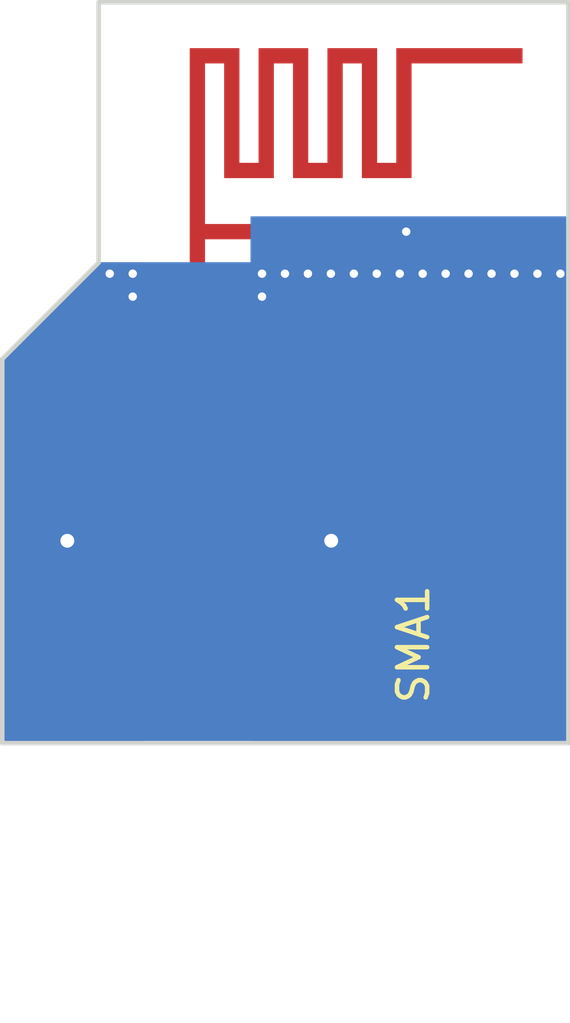
<source format=kicad_pcb>
(kicad_pcb (version 4) (host pcbnew 4.0.5)

  (general
    (links 10)
    (no_connects 0)
    (area 145.585 97.156199 166.239802 131.355001)
    (thickness 1.6)
    (drawings 6)
    (tracks 19)
    (zones 0)
    (modules 1)
    (nets 2)
  )

  (page A4)
  (layers
    (0 F.Cu signal)
    (31 B.Cu power)
    (32 B.Adhes user hide)
    (33 F.Adhes user hide)
    (34 B.Paste user hide)
    (35 F.Paste user hide)
    (36 B.SilkS user hide)
    (37 F.SilkS user hide)
    (38 B.Mask user hide)
    (39 F.Mask user hide)
    (40 Dwgs.User user hide)
    (41 Cmts.User user hide)
    (42 Eco1.User user hide)
    (43 Eco2.User user hide)
    (44 Edge.Cuts user)
    (45 Margin user hide)
    (46 B.CrtYd user hide)
    (47 F.CrtYd user hide)
    (48 B.Fab user hide)
    (49 F.Fab user hide)
  )

  (setup
    (last_trace_width 0.25)
    (user_trace_width 0.508)
    (user_trace_width 2.921)
    (trace_clearance 0.2)
    (zone_clearance 0.508)
    (zone_45_only yes)
    (trace_min 0.2)
    (segment_width 0.2)
    (edge_width 0.15)
    (via_size 0.6)
    (via_drill 0.4)
    (via_min_size 0.2794)
    (via_min_drill 0.2794)
    (user_via 0.381 0.2794)
    (uvia_size 0.3)
    (uvia_drill 0.1)
    (uvias_allowed no)
    (uvia_min_size 0.2)
    (uvia_min_drill 0.1)
    (pcb_text_width 0.3)
    (pcb_text_size 1.5 1.5)
    (mod_edge_width 0.15)
    (mod_text_size 1 1)
    (mod_text_width 0.15)
    (pad_size 1.524 1.524)
    (pad_drill 0.762)
    (pad_to_mask_clearance 0.2)
    (aux_axis_origin 0 0)
    (visible_elements 7FFFFFFF)
    (pcbplotparams
      (layerselection 0x00030_80000001)
      (usegerberextensions false)
      (excludeedgelayer true)
      (linewidth 0.100000)
      (plotframeref false)
      (viasonmask false)
      (mode 1)
      (useauxorigin false)
      (hpglpennumber 1)
      (hpglpenspeed 20)
      (hpglpendiameter 15)
      (hpglpenoverlay 2)
      (psnegative false)
      (psa4output false)
      (plotreference true)
      (plotvalue true)
      (plotinvisibletext false)
      (padsonsilk false)
      (subtractmaskfromsilk false)
      (outputformat 1)
      (mirror false)
      (drillshape 1)
      (scaleselection 1)
      (outputdirectory ""))
  )

  (net 0 "")
  (net 1 GND)

  (net_class Default "This is the default net class."
    (clearance 0.2)
    (trace_width 0.25)
    (via_dia 0.6)
    (via_drill 0.4)
    (uvia_dia 0.3)
    (uvia_drill 0.1)
    (add_net GND)
  )

  (module Connectors_Molex:Molex_SMA_Jack_Edge_Mount (layer F.Cu) (tedit 587D2992) (tstamp 58ABD0A8)
    (at 153.67 116.84 90)
    (descr "Molex SMA Jack, Edge Mount, http://www.molex.com/pdm_docs/sd/732511150_sd.pdf")
    (tags "sma edge")
    (path /58AB8622)
    (attr smd)
    (fp_text reference SMA1 (at -1.72 7.11 90) (layer F.SilkS)
      (effects (font (size 1 1) (thickness 0.15)))
    )
    (fp_text value SMA_JPXSTEM1 (at -1.72 -7.11 90) (layer F.Fab)
      (effects (font (size 1 1) (thickness 0.15)))
    )
    (fp_line (start -4.76 -0.38) (end 0.49 -0.38) (layer F.Fab) (width 0.1))
    (fp_line (start -4.76 0.38) (end 0.49 0.38) (layer F.Fab) (width 0.1))
    (fp_line (start 0.49 -0.38) (end 0.49 0.38) (layer F.Fab) (width 0.1))
    (fp_line (start 0.49 3.75) (end 0.49 4.76) (layer F.Fab) (width 0.1))
    (fp_line (start 0.49 -4.76) (end 0.49 -3.75) (layer F.Fab) (width 0.1))
    (fp_line (start -14.29 -6.09) (end -14.29 6.09) (layer F.CrtYd) (width 0.05))
    (fp_line (start -14.29 6.09) (end 2.71 6.09) (layer F.CrtYd) (width 0.05))
    (fp_line (start 2.71 -6.09) (end 2.71 6.09) (layer B.CrtYd) (width 0.05))
    (fp_line (start -14.29 -6.09) (end 2.71 -6.09) (layer B.CrtYd) (width 0.05))
    (fp_line (start -14.29 -6.09) (end -14.29 6.09) (layer B.CrtYd) (width 0.05))
    (fp_line (start -14.29 6.09) (end 2.71 6.09) (layer B.CrtYd) (width 0.05))
    (fp_line (start 2.71 -6.09) (end 2.71 6.09) (layer F.CrtYd) (width 0.05))
    (fp_line (start 2.71 -6.09) (end -14.29 -6.09) (layer F.CrtYd) (width 0.05))
    (fp_line (start -4.76 -3.75) (end 0.49 -3.75) (layer F.Fab) (width 0.1))
    (fp_line (start -4.76 3.75) (end 0.49 3.75) (layer F.Fab) (width 0.1))
    (fp_line (start -13.79 -2.65) (end -5.91 -2.65) (layer F.Fab) (width 0.1))
    (fp_line (start -13.79 -2.65) (end -13.79 2.65) (layer F.Fab) (width 0.1))
    (fp_line (start -13.79 2.65) (end -5.91 2.65) (layer F.Fab) (width 0.1))
    (fp_line (start -4.76 -3.75) (end -4.76 3.75) (layer F.Fab) (width 0.1))
    (fp_line (start 0.49 -4.76) (end -5.91 -4.76) (layer F.Fab) (width 0.1))
    (fp_line (start -5.91 -4.76) (end -5.91 4.76) (layer F.Fab) (width 0.1))
    (fp_line (start -5.91 4.76) (end 0.49 4.76) (layer F.Fab) (width 0.1))
    (pad 1 smd rect (at -1.72 0 90) (size 5.08 2.29) (layers F.Cu F.Paste F.Mask)
      (net 1 GND))
    (pad 2 smd rect (at -1.72 -4.38 90) (size 5.08 2.42) (layers F.Cu F.Paste F.Mask)
      (net 1 GND))
    (pad 2 smd rect (at -1.72 4.38 90) (size 5.08 2.42) (layers F.Cu F.Paste F.Mask)
      (net 1 GND))
    (pad 2 smd rect (at -1.72 -4.38 90) (size 5.08 2.42) (layers B.Cu B.Paste B.Mask)
      (net 1 GND))
    (pad 2 smd rect (at -1.72 4.38 90) (size 5.08 2.42) (layers B.Cu B.Paste B.Mask)
      (net 1 GND))
    (pad 2 thru_hole circle (at 1.72 -4.38 90) (size 0.97 0.97) (drill 0.46) (layers *.Cu)
      (net 1 GND))
    (pad 2 thru_hole circle (at 1.72 4.38 90) (size 0.97 0.97) (drill 0.46) (layers *.Cu)
      (net 1 GND))
    (pad 2 smd rect (at 1.27 -4.38 90) (size 0.89 0.46) (layers F.Cu)
      (net 1 GND))
    (pad 2 smd rect (at 1.27 4.38 90) (size 0.89 0.46) (layers F.Cu)
      (net 1 GND))
    (pad 2 smd rect (at 1.27 -4.38 90) (size 0.89 0.46) (layers B.Cu)
      (net 1 GND))
    (pad 2 smd rect (at 1.27 4.38 90) (size 0.89 0.46) (layers B.Cu)
      (net 1 GND))
  )

  (gr_line (start 147.1295 121.8438) (end 165.9255 121.8438) (angle 90) (layer Edge.Cuts) (width 0.15))
  (gr_line (start 147.1295 109.0803) (end 147.1295 121.8438) (angle 90) (layer Edge.Cuts) (width 0.15))
  (gr_line (start 150.3299 105.8799) (end 147.1295 109.0803) (angle 90) (layer Edge.Cuts) (width 0.15))
  (gr_line (start 150.3299 97.2312) (end 150.3299 105.8672) (angle 90) (layer Edge.Cuts) (width 0.15))
  (gr_line (start 165.9255 97.2312) (end 150.3299 97.2312) (angle 90) (layer Edge.Cuts) (width 0.15))
  (gr_line (start 165.9255 121.8438) (end 165.9255 97.2312) (angle 90) (layer Edge.Cuts) (width 0.15))

  (via (at 165.6588 106.2482) (size 0.381) (drill 0.2794) (layers F.Cu B.Cu) (net 0))
  (via (at 164.8968 106.2482) (size 0.381) (drill 0.2794) (layers F.Cu B.Cu) (net 0))
  (via (at 164.1348 106.2482) (size 0.381) (drill 0.2794) (layers F.Cu B.Cu) (net 0))
  (via (at 163.3728 106.2482) (size 0.381) (drill 0.2794) (layers F.Cu B.Cu) (net 0))
  (via (at 162.6108 106.2482) (size 0.381) (drill 0.2794) (layers F.Cu B.Cu) (net 0))
  (via (at 161.8488 106.2482) (size 0.381) (drill 0.2794) (layers F.Cu B.Cu) (net 0))
  (via (at 161.0868 106.2482) (size 0.381) (drill 0.2794) (layers F.Cu B.Cu) (net 0))
  (via (at 160.3248 106.2482) (size 0.381) (drill 0.2794) (layers F.Cu B.Cu) (net 0))
  (via (at 159.5628 106.2482) (size 0.381) (drill 0.2794) (layers F.Cu B.Cu) (net 0))
  (via (at 158.8008 106.2482) (size 0.381) (drill 0.2794) (layers F.Cu B.Cu) (net 0))
  (via (at 158.0388 106.2482) (size 0.381) (drill 0.2794) (layers F.Cu B.Cu) (net 0))
  (via (at 157.2768 106.2482) (size 0.381) (drill 0.2794) (layers F.Cu B.Cu) (net 0))
  (via (at 156.5148 106.2482) (size 0.381) (drill 0.2794) (layers F.Cu B.Cu) (net 0))
  (via (at 155.7528 107.0102) (size 0.381) (drill 0.2794) (layers F.Cu B.Cu) (net 0))
  (via (at 155.7528 106.2482) (size 0.381) (drill 0.2794) (layers F.Cu B.Cu) (net 0))
  (via (at 151.4602 107.0102) (size 0.381) (drill 0.2794) (layers F.Cu B.Cu) (net 0))
  (via (at 150.6982 106.2482) (size 0.381) (drill 0.2794) (layers F.Cu B.Cu) (net 0))
  (via (at 151.4602 106.2482) (size 0.381) (drill 0.2794) (layers F.Cu B.Cu) (net 0))
  (via (at 160.5407 104.8512) (size 0.381) (drill 0.2794) (layers F.Cu B.Cu) (net 1))

  (zone (net 1) (net_name GND) (layer F.Cu) (tstamp 58ABD3C0) (hatch edge 0.508)
    (connect_pads yes (clearance 0))
    (min_thickness 0.03048)
    (fill yes (arc_segments 16) (thermal_gap 0.508) (thermal_bridge_width 0.508))
    (polygon
      (pts
        (xy 151.8412 121.8438) (xy 147.1168 121.8438) (xy 147.1168 115.1255) (xy 147.1295 109.0803) (xy 150.3299 105.8672)
        (xy 151.8412 105.8672)
      )
    )
    (filled_polygon
      (pts
        (xy 151.82596 121.75356) (xy 147.21974 121.75356) (xy 147.21974 109.117678) (xy 150.393709 105.943709) (xy 150.413271 105.914434)
        (xy 150.419634 105.88244) (xy 151.82596 105.88244)
      )
    )
  )
  (zone (net 1) (net_name GND) (layer F.Cu) (tstamp 58ABE67B) (hatch edge 0.508)
    (connect_pads yes (clearance 0))
    (min_thickness 0.03048)
    (fill yes (arc_segments 16) (thermal_gap 0.508) (thermal_bridge_width 0.508))
    (polygon
      (pts
        (xy 155.0035 102.5652) (xy 155.6385 102.5652) (xy 155.6385 98.7552) (xy 157.2895 98.7552) (xy 157.2895 102.5652)
        (xy 157.9245 102.5652) (xy 157.9245 98.7552) (xy 159.5755 98.7552) (xy 159.5755 102.5652) (xy 160.2105 102.5652)
        (xy 160.2105 98.7552) (xy 164.4015 98.7552) (xy 164.4015 99.2632) (xy 160.7185 99.2632) (xy 160.7185 103.0732)
        (xy 159.0675 103.0732) (xy 159.0675 99.2632) (xy 158.4325 99.2632) (xy 158.4325 103.0732) (xy 156.7815 103.0732)
        (xy 156.7815 99.2632) (xy 156.1465 99.2632) (xy 156.1465 103.0732) (xy 154.4955 103.0732) (xy 154.4955 99.2632)
        (xy 153.8605 99.2632) (xy 153.8605 104.5972) (xy 160.7947 104.5972) (xy 160.7947 105.1052) (xy 153.8605 105.1052)
        (xy 153.8605 105.8672) (xy 155.067 106.8832) (xy 155.067 121.0945) (xy 152.146 121.0945) (xy 152.146 106.8832)
        (xy 153.3525 105.8672) (xy 153.3525 98.7552) (xy 155.0035 98.7552)
      )
    )
    (filled_polygon
      (pts
        (xy 154.98826 102.5652) (xy 154.989461 102.571129) (xy 154.992874 102.576124) (xy 154.997961 102.579398) (xy 155.0035 102.58044)
        (xy 155.6385 102.58044) (xy 155.644429 102.579239) (xy 155.649424 102.575826) (xy 155.652698 102.570739) (xy 155.65374 102.5652)
        (xy 155.65374 98.77044) (xy 157.27426 98.77044) (xy 157.27426 102.5652) (xy 157.275461 102.571129) (xy 157.278874 102.576124)
        (xy 157.283961 102.579398) (xy 157.2895 102.58044) (xy 157.9245 102.58044) (xy 157.930429 102.579239) (xy 157.935424 102.575826)
        (xy 157.938698 102.570739) (xy 157.93974 102.5652) (xy 157.93974 98.77044) (xy 159.56026 98.77044) (xy 159.56026 102.5652)
        (xy 159.561461 102.571129) (xy 159.564874 102.576124) (xy 159.569961 102.579398) (xy 159.5755 102.58044) (xy 160.2105 102.58044)
        (xy 160.216429 102.579239) (xy 160.221424 102.575826) (xy 160.224698 102.570739) (xy 160.22574 102.5652) (xy 160.22574 98.77044)
        (xy 164.38626 98.77044) (xy 164.38626 99.24796) (xy 160.7185 99.24796) (xy 160.712571 99.249161) (xy 160.707576 99.252574)
        (xy 160.704302 99.257661) (xy 160.70326 99.2632) (xy 160.70326 103.05796) (xy 159.08274 103.05796) (xy 159.08274 99.2632)
        (xy 159.081539 99.257271) (xy 159.078126 99.252276) (xy 159.073039 99.249002) (xy 159.0675 99.24796) (xy 158.4325 99.24796)
        (xy 158.426571 99.249161) (xy 158.421576 99.252574) (xy 158.418302 99.257661) (xy 158.41726 99.2632) (xy 158.41726 103.05796)
        (xy 156.79674 103.05796) (xy 156.79674 99.2632) (xy 156.795539 99.257271) (xy 156.792126 99.252276) (xy 156.787039 99.249002)
        (xy 156.7815 99.24796) (xy 156.1465 99.24796) (xy 156.140571 99.249161) (xy 156.135576 99.252574) (xy 156.132302 99.257661)
        (xy 156.13126 99.2632) (xy 156.13126 103.05796) (xy 154.51074 103.05796) (xy 154.51074 99.2632) (xy 154.509539 99.257271)
        (xy 154.506126 99.252276) (xy 154.501039 99.249002) (xy 154.4955 99.24796) (xy 153.8605 99.24796) (xy 153.854571 99.249161)
        (xy 153.849576 99.252574) (xy 153.846302 99.257661) (xy 153.84526 99.2632) (xy 153.84526 104.5972) (xy 153.846461 104.603129)
        (xy 153.849874 104.608124) (xy 153.854961 104.611398) (xy 153.8605 104.61244) (xy 160.77946 104.61244) (xy 160.77946 105.08996)
        (xy 153.8605 105.08996) (xy 153.854571 105.091161) (xy 153.849576 105.094574) (xy 153.846302 105.099661) (xy 153.84526 105.1052)
        (xy 153.84526 105.8672) (xy 153.846461 105.873129) (xy 153.850683 105.878857) (xy 155.05176 106.89029) (xy 155.05176 121.07926)
        (xy 152.16124 121.07926) (xy 152.16124 106.89029) (xy 153.362317 105.878857) (xy 153.366079 105.87412) (xy 153.36774 105.8672)
        (xy 153.36774 98.77044) (xy 154.98826 98.77044)
      )
    )
  )
  (zone (net 1) (net_name GND) (layer B.Cu) (tstamp 58ABE67B) (hatch edge 0.508)
    (connect_pads yes (clearance 0))
    (min_thickness 0.03048)
    (fill yes (arc_segments 16) (thermal_gap 0.508) (thermal_bridge_width 0.508))
    (polygon
      (pts
        (xy 165.9255 121.8438) (xy 147.1168 121.8438) (xy 147.1168 115.1255) (xy 147.1295 109.0803) (xy 150.3299 105.8672)
        (xy 155.3718 105.8672) (xy 155.3718 104.3432) (xy 165.9255 104.3432)
      )
    )
    (filled_polygon
      (pts
        (xy 165.83526 121.75356) (xy 147.21974 121.75356) (xy 147.21974 109.117678) (xy 150.393709 105.943709) (xy 150.413271 105.914434)
        (xy 150.419634 105.88244) (xy 155.3718 105.88244) (xy 155.377729 105.881239) (xy 155.382724 105.877826) (xy 155.385998 105.872739)
        (xy 155.38704 105.8672) (xy 155.38704 104.35844) (xy 165.83526 104.35844)
      )
    )
  )
  (zone (net 1) (net_name GND) (layer F.Cu) (tstamp 58ABF273) (hatch edge 0.508)
    (connect_pads yes (clearance 0))
    (min_thickness 0.03048)
    (fill yes (arc_segments 16) (thermal_gap 0.508) (thermal_bridge_width 0.508))
    (polygon
      (pts
        (xy 165.9382 121.8438) (xy 155.3718 121.8438) (xy 155.3718 105.8672) (xy 165.9128 105.8672)
      )
    )
    (filled_polygon
      (pts
        (xy 165.83526 121.75356) (xy 155.38704 121.75356) (xy 155.38704 105.88244) (xy 165.83526 105.88244)
      )
    )
  )
)

</source>
